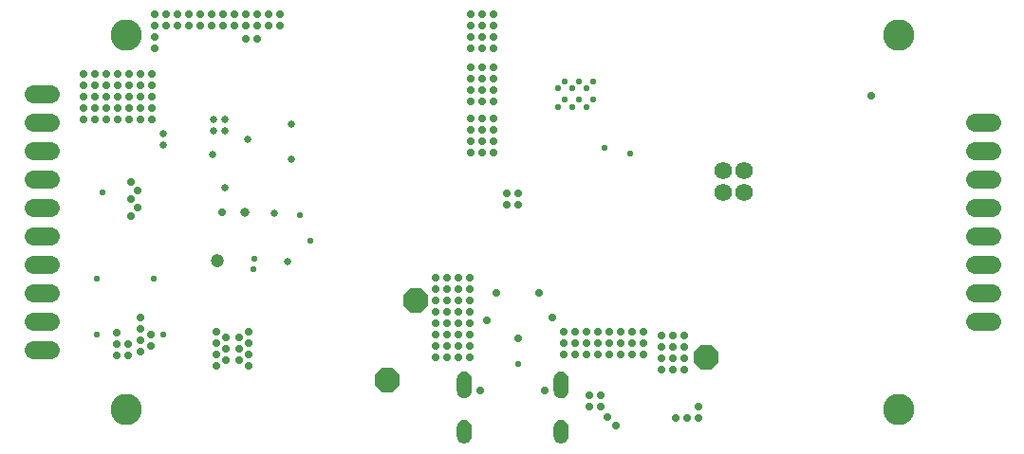
<source format=gbr>
G04 EAGLE Gerber RS-274X export*
G75*
%MOMM*%
%FSLAX34Y34*%
%LPD*%
%INSoldermask Bottom*%
%IPPOS*%
%AMOC8*
5,1,8,0,0,1.08239X$1,22.5*%
G01*
%ADD10C,2.800800*%
%ADD11C,0.700800*%
%ADD12C,1.574800*%
%ADD13P,2.391865X8X22.500000*%
%ADD14C,0.584800*%
%ADD15C,0.711800*%
%ADD16C,1.193800*%
%ADD17C,1.574800*%
%ADD18C,0.530800*%
%ADD19C,0.680800*%
%ADD20C,0.730800*%
%ADD21C,0.630800*%
%ADD22C,0.830800*%

G36*
X493868Y44842D02*
X493868Y44842D01*
X493931Y44845D01*
X495158Y45105D01*
X495196Y45122D01*
X495257Y45138D01*
X496403Y45648D01*
X496437Y45672D01*
X496493Y45700D01*
X497508Y46437D01*
X497536Y46468D01*
X497559Y46484D01*
X497562Y46488D01*
X497586Y46507D01*
X498425Y47439D01*
X498446Y47475D01*
X498486Y47524D01*
X499114Y48610D01*
X499124Y48641D01*
X499129Y48648D01*
X499130Y48655D01*
X499156Y48705D01*
X499544Y49898D01*
X499548Y49939D01*
X499565Y50000D01*
X499697Y51248D01*
X499694Y51271D01*
X499699Y51300D01*
X499699Y62300D01*
X499696Y62314D01*
X499698Y62324D01*
X499695Y62336D01*
X499697Y62352D01*
X499565Y63600D01*
X499553Y63639D01*
X499544Y63702D01*
X499156Y64895D01*
X499136Y64931D01*
X499114Y64990D01*
X498486Y66076D01*
X498459Y66107D01*
X498425Y66161D01*
X497586Y67093D01*
X497552Y67118D01*
X497508Y67163D01*
X496493Y67900D01*
X496456Y67917D01*
X496403Y67952D01*
X495257Y68462D01*
X495217Y68471D01*
X495158Y68495D01*
X493931Y68755D01*
X493890Y68756D01*
X493827Y68766D01*
X492573Y68766D01*
X492532Y68758D01*
X492469Y68755D01*
X491242Y68495D01*
X491204Y68478D01*
X491143Y68462D01*
X489997Y67952D01*
X489963Y67928D01*
X489907Y67900D01*
X488892Y67163D01*
X488864Y67132D01*
X488814Y67093D01*
X487975Y66161D01*
X487954Y66125D01*
X487914Y66076D01*
X487286Y64990D01*
X487273Y64951D01*
X487244Y64895D01*
X486856Y63702D01*
X486852Y63661D01*
X486835Y63600D01*
X486704Y62352D01*
X486706Y62329D01*
X486701Y62300D01*
X486701Y51300D01*
X486705Y51277D01*
X486704Y51248D01*
X486835Y50000D01*
X486847Y49961D01*
X486856Y49898D01*
X487244Y48705D01*
X487264Y48669D01*
X487286Y48610D01*
X487914Y47524D01*
X487941Y47493D01*
X487975Y47439D01*
X488814Y46507D01*
X488848Y46482D01*
X488851Y46478D01*
X488865Y46461D01*
X488875Y46454D01*
X488892Y46437D01*
X489907Y45700D01*
X489944Y45683D01*
X489997Y45648D01*
X491143Y45138D01*
X491183Y45129D01*
X491242Y45105D01*
X492469Y44845D01*
X492511Y44844D01*
X492573Y44834D01*
X493827Y44834D01*
X493868Y44842D01*
G37*
G36*
X407468Y44842D02*
X407468Y44842D01*
X407531Y44845D01*
X408758Y45105D01*
X408796Y45122D01*
X408857Y45138D01*
X410003Y45648D01*
X410037Y45672D01*
X410093Y45700D01*
X411108Y46437D01*
X411136Y46468D01*
X411159Y46484D01*
X411162Y46488D01*
X411186Y46507D01*
X412025Y47439D01*
X412046Y47475D01*
X412086Y47524D01*
X412714Y48610D01*
X412724Y48641D01*
X412729Y48648D01*
X412730Y48655D01*
X412756Y48705D01*
X413144Y49898D01*
X413148Y49939D01*
X413165Y50000D01*
X413297Y51248D01*
X413294Y51271D01*
X413299Y51300D01*
X413299Y62300D01*
X413296Y62314D01*
X413298Y62324D01*
X413295Y62335D01*
X413297Y62352D01*
X413165Y63600D01*
X413153Y63639D01*
X413144Y63702D01*
X412756Y64895D01*
X412736Y64931D01*
X412714Y64990D01*
X412086Y66076D01*
X412059Y66107D01*
X412025Y66161D01*
X411186Y67093D01*
X411152Y67118D01*
X411108Y67163D01*
X410093Y67900D01*
X410056Y67917D01*
X410003Y67952D01*
X408857Y68462D01*
X408817Y68471D01*
X408758Y68495D01*
X407531Y68755D01*
X407490Y68756D01*
X407427Y68766D01*
X406173Y68766D01*
X406132Y68758D01*
X406069Y68755D01*
X404842Y68495D01*
X404804Y68478D01*
X404743Y68462D01*
X403597Y67952D01*
X403563Y67928D01*
X403507Y67900D01*
X402492Y67163D01*
X402464Y67132D01*
X402414Y67093D01*
X401575Y66161D01*
X401554Y66125D01*
X401514Y66076D01*
X400886Y64990D01*
X400873Y64951D01*
X400844Y64895D01*
X400456Y63702D01*
X400452Y63661D01*
X400435Y63600D01*
X400304Y62352D01*
X400306Y62329D01*
X400301Y62300D01*
X400301Y51300D01*
X400305Y51277D01*
X400304Y51248D01*
X400435Y50000D01*
X400447Y49961D01*
X400456Y49898D01*
X400844Y48705D01*
X400864Y48669D01*
X400886Y48610D01*
X401514Y47524D01*
X401541Y47493D01*
X401575Y47439D01*
X402414Y46507D01*
X402448Y46482D01*
X402452Y46478D01*
X402465Y46461D01*
X402475Y46454D01*
X402492Y46437D01*
X403507Y45700D01*
X403544Y45683D01*
X403597Y45648D01*
X404743Y45138D01*
X404783Y45129D01*
X404842Y45105D01*
X406069Y44845D01*
X406111Y44844D01*
X406173Y44834D01*
X407427Y44834D01*
X407468Y44842D01*
G37*
G36*
X493868Y4542D02*
X493868Y4542D01*
X493931Y4545D01*
X495158Y4805D01*
X495196Y4822D01*
X495257Y4838D01*
X496403Y5348D01*
X496437Y5372D01*
X496493Y5400D01*
X497508Y6137D01*
X497536Y6168D01*
X497559Y6184D01*
X497562Y6188D01*
X497586Y6207D01*
X498425Y7139D01*
X498446Y7175D01*
X498486Y7224D01*
X499114Y8310D01*
X499124Y8341D01*
X499129Y8348D01*
X499130Y8355D01*
X499156Y8405D01*
X499544Y9598D01*
X499548Y9639D01*
X499565Y9700D01*
X499697Y10948D01*
X499694Y10971D01*
X499699Y11000D01*
X499699Y19000D01*
X499696Y19017D01*
X499698Y19028D01*
X499696Y19038D01*
X499697Y19052D01*
X499565Y20300D01*
X499553Y20339D01*
X499544Y20402D01*
X499156Y21595D01*
X499136Y21631D01*
X499114Y21690D01*
X498486Y22776D01*
X498459Y22807D01*
X498425Y22861D01*
X497586Y23793D01*
X497552Y23818D01*
X497508Y23863D01*
X496493Y24600D01*
X496456Y24617D01*
X496403Y24652D01*
X495257Y25162D01*
X495217Y25171D01*
X495158Y25195D01*
X493931Y25455D01*
X493890Y25456D01*
X493827Y25466D01*
X492573Y25466D01*
X492532Y25458D01*
X492469Y25455D01*
X491242Y25195D01*
X491204Y25178D01*
X491143Y25162D01*
X489997Y24652D01*
X489963Y24628D01*
X489907Y24600D01*
X488892Y23863D01*
X488864Y23832D01*
X488814Y23793D01*
X487975Y22861D01*
X487954Y22825D01*
X487914Y22776D01*
X487286Y21690D01*
X487273Y21651D01*
X487244Y21595D01*
X486856Y20402D01*
X486852Y20361D01*
X486835Y20300D01*
X486704Y19052D01*
X486706Y19029D01*
X486701Y19000D01*
X486701Y11000D01*
X486705Y10977D01*
X486704Y10948D01*
X486835Y9700D01*
X486847Y9661D01*
X486856Y9598D01*
X487244Y8405D01*
X487264Y8369D01*
X487286Y8310D01*
X487914Y7224D01*
X487941Y7193D01*
X487975Y7139D01*
X488814Y6207D01*
X488848Y6182D01*
X488851Y6178D01*
X488865Y6161D01*
X488875Y6154D01*
X488892Y6137D01*
X489907Y5400D01*
X489944Y5383D01*
X489997Y5348D01*
X491143Y4838D01*
X491183Y4829D01*
X491242Y4805D01*
X492469Y4545D01*
X492511Y4544D01*
X492573Y4534D01*
X493827Y4534D01*
X493868Y4542D01*
G37*
G36*
X407468Y4542D02*
X407468Y4542D01*
X407531Y4545D01*
X408758Y4805D01*
X408796Y4822D01*
X408857Y4838D01*
X410003Y5348D01*
X410037Y5372D01*
X410093Y5400D01*
X411108Y6137D01*
X411136Y6168D01*
X411159Y6184D01*
X411162Y6188D01*
X411186Y6207D01*
X412025Y7139D01*
X412046Y7175D01*
X412086Y7224D01*
X412714Y8310D01*
X412724Y8341D01*
X412729Y8348D01*
X412730Y8355D01*
X412756Y8405D01*
X413144Y9598D01*
X413148Y9639D01*
X413165Y9700D01*
X413297Y10948D01*
X413294Y10971D01*
X413299Y11000D01*
X413299Y19000D01*
X413296Y19017D01*
X413298Y19028D01*
X413296Y19037D01*
X413297Y19052D01*
X413165Y20300D01*
X413153Y20339D01*
X413144Y20402D01*
X412756Y21595D01*
X412736Y21631D01*
X412714Y21690D01*
X412086Y22776D01*
X412059Y22807D01*
X412025Y22861D01*
X411186Y23793D01*
X411152Y23818D01*
X411108Y23863D01*
X410093Y24600D01*
X410056Y24617D01*
X410003Y24652D01*
X408857Y25162D01*
X408817Y25171D01*
X408758Y25195D01*
X407531Y25455D01*
X407490Y25456D01*
X407427Y25466D01*
X406173Y25466D01*
X406132Y25458D01*
X406069Y25455D01*
X404842Y25195D01*
X404804Y25178D01*
X404743Y25162D01*
X403597Y24652D01*
X403563Y24628D01*
X403507Y24600D01*
X402492Y23863D01*
X402464Y23832D01*
X402414Y23793D01*
X401575Y22861D01*
X401554Y22825D01*
X401514Y22776D01*
X400886Y21690D01*
X400873Y21651D01*
X400844Y21595D01*
X400456Y20402D01*
X400452Y20361D01*
X400435Y20300D01*
X400304Y19052D01*
X400306Y19029D01*
X400301Y19000D01*
X400301Y11000D01*
X400305Y10977D01*
X400304Y10948D01*
X400435Y9700D01*
X400447Y9661D01*
X400456Y9598D01*
X400844Y8405D01*
X400864Y8369D01*
X400886Y8310D01*
X401514Y7224D01*
X401541Y7193D01*
X401575Y7139D01*
X402414Y6207D01*
X402448Y6182D01*
X402452Y6178D01*
X402465Y6161D01*
X402475Y6154D01*
X402492Y6137D01*
X403507Y5400D01*
X403544Y5383D01*
X403597Y5348D01*
X404743Y4838D01*
X404783Y4829D01*
X404842Y4805D01*
X406069Y4545D01*
X406111Y4544D01*
X406173Y4534D01*
X407427Y4534D01*
X407468Y4542D01*
G37*
D10*
X105000Y35000D03*
X794500Y35000D03*
X105000Y368900D03*
X794500Y368900D03*
D11*
X421100Y51800D03*
X478900Y51800D03*
D12*
X861880Y113050D02*
X877120Y113050D01*
X877120Y138450D02*
X861880Y138450D01*
X861880Y163850D02*
X877120Y163850D01*
X877120Y189250D02*
X861880Y189250D01*
X861880Y214650D02*
X877120Y214650D01*
X877120Y240050D02*
X861880Y240050D01*
X861880Y265450D02*
X877120Y265450D01*
X877120Y290850D02*
X861880Y290850D01*
X37620Y87650D02*
X22380Y87650D01*
X22380Y113050D02*
X37620Y113050D01*
X37620Y138450D02*
X22380Y138450D01*
X22380Y163850D02*
X37620Y163850D01*
X37620Y189250D02*
X22380Y189250D01*
X22380Y214650D02*
X37620Y214650D01*
X37620Y240050D02*
X22380Y240050D01*
X22380Y265450D02*
X37620Y265450D01*
X37620Y290850D02*
X22380Y290850D01*
X22380Y316250D02*
X37620Y316250D01*
D13*
X337820Y60960D03*
X363220Y132080D03*
X622300Y81280D03*
D14*
X532130Y267970D03*
X496570Y327660D03*
X490220Y321310D03*
X502920Y321310D03*
X509270Y327660D03*
X515620Y321310D03*
X521970Y327660D03*
X78740Y101600D03*
X138430Y101600D03*
X83820Y228600D03*
D15*
X106680Y92710D03*
X106680Y82550D03*
X96520Y82550D03*
X96520Y92710D03*
X96520Y102870D03*
X109220Y237490D03*
X109220Y207010D03*
X115570Y214630D03*
X109220Y222250D03*
X115570Y229870D03*
D16*
X186690Y167640D03*
D14*
X219710Y168910D03*
X218440Y160020D03*
D15*
X205740Y99060D03*
X214630Y104140D03*
X214630Y93980D03*
X214630Y83820D03*
X205740Y88900D03*
X205740Y78740D03*
X214630Y73660D03*
X769620Y314960D03*
X518160Y46990D03*
X528320Y46990D03*
X528320Y36830D03*
X518160Y36830D03*
X534670Y27940D03*
X542290Y20320D03*
X615950Y36830D03*
X615950Y26670D03*
X595630Y26670D03*
D17*
X637540Y247650D03*
X656590Y247650D03*
X656590Y228600D03*
X637540Y228600D03*
D18*
X454660Y74930D03*
D15*
X426720Y114300D03*
X485140Y116840D03*
D19*
X193040Y293370D03*
X193040Y283210D03*
X182880Y283210D03*
X182880Y293370D03*
D15*
X67310Y323850D03*
X67310Y334010D03*
X87630Y334010D03*
X97790Y334010D03*
X107950Y334010D03*
X77470Y323850D03*
X77470Y334010D03*
X87630Y323850D03*
X97790Y323850D03*
X107950Y323850D03*
X67310Y313690D03*
X77470Y313690D03*
X67310Y303530D03*
X77470Y303530D03*
X87630Y303530D03*
X87630Y313690D03*
X107950Y313690D03*
X118110Y313690D03*
X128270Y313690D03*
X97790Y303530D03*
X97790Y313690D03*
X107950Y303530D03*
X118110Y303530D03*
X128270Y303530D03*
X87630Y293370D03*
X107950Y293370D03*
X118110Y293370D03*
X128270Y293370D03*
X97790Y293370D03*
X67310Y293370D03*
X77470Y293370D03*
X444500Y227330D03*
X444500Y217170D03*
X454660Y217170D03*
X454660Y227330D03*
X118110Y334010D03*
X128270Y334010D03*
X118110Y323850D03*
X128270Y323850D03*
D14*
X554990Y262890D03*
X490220Y304800D03*
X496570Y311150D03*
X502920Y304800D03*
X509270Y311150D03*
X515620Y304800D03*
X521970Y311150D03*
D15*
X185420Y104140D03*
X194310Y99060D03*
X194310Y88900D03*
X185420Y93980D03*
X185420Y83820D03*
X185420Y73660D03*
X194310Y78740D03*
X603250Y80010D03*
X593090Y80010D03*
X593090Y90170D03*
X603250Y90170D03*
X603250Y100330D03*
X582930Y100330D03*
X582930Y90170D03*
X582930Y80010D03*
X582930Y69850D03*
X593090Y69850D03*
X603250Y69850D03*
X593090Y100330D03*
X190500Y210820D03*
D20*
X435610Y138430D03*
X473710Y138430D03*
D14*
X129540Y151130D03*
X78740Y151130D03*
X260350Y208280D03*
X269240Y185420D03*
D15*
X118110Y116840D03*
X118110Y106680D03*
X118110Y96520D03*
X118110Y86360D03*
X127000Y101600D03*
X127000Y91440D03*
X130810Y377190D03*
X130810Y367030D03*
X130810Y387350D03*
X151130Y387350D03*
X161290Y387350D03*
X171450Y387350D03*
X140970Y377190D03*
X140970Y387350D03*
X151130Y377190D03*
X161290Y377190D03*
X171450Y377190D03*
X130810Y356870D03*
X191770Y387350D03*
X201930Y387350D03*
X212090Y387350D03*
X181610Y377190D03*
X181610Y387350D03*
X191770Y377190D03*
X201930Y377190D03*
X212090Y377190D03*
X232410Y387350D03*
X242570Y387350D03*
X222250Y377190D03*
X222250Y387350D03*
X232410Y377190D03*
X242570Y377190D03*
X222250Y365760D03*
X212090Y365760D03*
D19*
X252730Y257810D03*
X248920Y166370D03*
X237490Y209550D03*
X193040Y232480D03*
D21*
X182521Y262824D03*
D15*
X391160Y111760D03*
X401320Y111760D03*
X411480Y111760D03*
X411480Y101600D03*
X401320Y101600D03*
X391160Y101600D03*
X391160Y91440D03*
X391160Y81280D03*
X401320Y81280D03*
X411480Y81280D03*
X411480Y91440D03*
X401320Y91440D03*
X412750Y294640D03*
X422910Y294640D03*
X433070Y284480D03*
X422910Y284480D03*
X412750Y284480D03*
X412750Y274320D03*
X412750Y264160D03*
X422910Y264160D03*
X433070Y264160D03*
X433070Y274320D03*
X422910Y274320D03*
X433070Y294640D03*
X454660Y97790D03*
X381000Y101600D03*
X381000Y111760D03*
X381000Y121920D03*
X391160Y121920D03*
X401320Y121920D03*
X411480Y121920D03*
X391160Y142240D03*
X401320Y142240D03*
X411480Y142240D03*
X381000Y132080D03*
X381000Y142240D03*
X381000Y152400D03*
X391160Y132080D03*
X401320Y132080D03*
X411480Y132080D03*
X391160Y152400D03*
X401320Y152400D03*
X411480Y152400D03*
X381000Y81280D03*
X381000Y91440D03*
X546100Y83820D03*
X556260Y83820D03*
X566420Y83820D03*
X546100Y93980D03*
X556260Y93980D03*
X566420Y93980D03*
X546100Y104140D03*
X556260Y104140D03*
X566420Y104140D03*
X535940Y83820D03*
X535940Y93980D03*
X535940Y104140D03*
X505460Y104140D03*
X515620Y104140D03*
X525780Y104140D03*
X505460Y93980D03*
X515620Y93980D03*
X525780Y93980D03*
X505460Y83820D03*
X515620Y83820D03*
X525780Y83820D03*
X495300Y83820D03*
X495300Y93980D03*
X495300Y104140D03*
X412750Y340360D03*
X422910Y340360D03*
X433070Y330200D03*
X422910Y330200D03*
X412750Y330200D03*
X412750Y320040D03*
X412750Y309880D03*
X422910Y309880D03*
X433070Y309880D03*
X433070Y320040D03*
X422910Y320040D03*
X433070Y340360D03*
X412750Y387350D03*
X422910Y387350D03*
X433070Y377190D03*
X422910Y377190D03*
X412750Y377190D03*
X412750Y367030D03*
X412750Y356870D03*
X422910Y356870D03*
X433070Y356870D03*
X433070Y367030D03*
X422910Y367030D03*
X433070Y387350D03*
D19*
X138430Y280670D03*
X138430Y270510D03*
D15*
X605790Y26670D03*
D19*
X213360Y275590D03*
X252730Y289560D03*
D22*
X210820Y210820D03*
M02*

</source>
